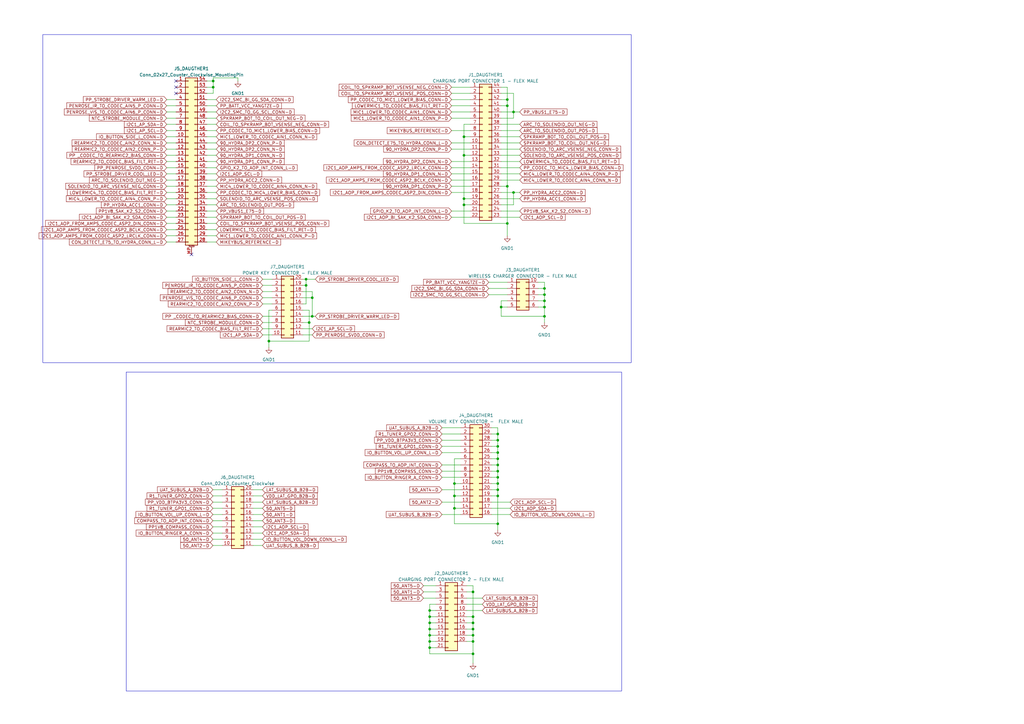
<source format=kicad_sch>
(kicad_sch (version 20230121) (generator eeschema)
  (paper "A3")
  (junction (at 223.3168 123.3932))
  (junction (at 125.5268 114.5032))
  (junction (at 190.2968 81.4832))
  (junction (at 176.2252 255.4732))
  (junction (at 194.0052 242.7732))
  (junction (at 223.3168 118.3132))
  (junction (at 176.2252 258.0132))
  (junction (at 204.1652 188.1632))
  (junction (at 204.1652 190.7032))
  (junction (at 223.3168 129.7432))
  (junction (at 194.0052 268.1732))
  (junction (at 204.1652 214.8332))
  (junction (at 128.0668 129.7432))
  (junction (at 208.0768 91.6432))
  (junction (at 194.0052 258.0132))
  (junction (at 176.2252 252.9332))
  (junction (at 194.0052 255.4732))
  (junction (at 208.0768 43.3832))
  (junction (at 194.0052 263.0932))
  (junction (at 186.3852 198.3232))
  (junction (at 110.2868 139.9032))
  (junction (at 208.0768 40.8432))
  (junction (at 204.1652 183.0832))
  (junction (at 128.0668 122.1232))
  (junction (at 204.1652 185.6232))
  (junction (at 210.6168 78.9432))
  (junction (at 87.4268 35.7632))
  (junction (at 194.0052 252.9332))
  (junction (at 176.2252 265.6332))
  (junction (at 204.1652 200.8632))
  (junction (at 190.2968 56.0832))
  (junction (at 204.1652 178.0032))
  (junction (at 87.4268 33.2232))
  (junction (at 194.0052 260.5532))
  (junction (at 204.1652 195.7832))
  (junction (at 176.2252 250.3932))
  (junction (at 186.3852 203.4032))
  (junction (at 204.1652 198.3232))
  (junction (at 190.2968 63.7032))
  (junction (at 223.3168 120.8532))
  (junction (at 126.7968 132.2832))
  (junction (at 190.2968 84.0232))
  (junction (at 204.1652 203.4032))
  (junction (at 223.3168 125.9332))
  (junction (at 208.0768 76.4032))
  (junction (at 186.3852 208.4832))
  (junction (at 176.2252 260.5532))
  (junction (at 125.5268 117.0432))
  (junction (at 205.5368 125.9332))
  (junction (at 176.2252 263.0932))
  (junction (at 210.6168 45.9232))
  (junction (at 204.1652 180.5432))
  (junction (at 204.1652 193.2432))
  (no_connect (at 72.1868 35.7632))
  (no_connect (at 72.1868 38.3032))
  (no_connect (at 78.5368 104.3432))
  (no_connect (at 72.1868 33.2232))
  (wire (pts (xy 201.6252 193.2432) (xy 204.1652 193.2432)))
  (wire (pts (xy 186.3852 203.4032) (xy 186.3852 208.4832)))
  (wire (pts (xy 201.6252 198.3232) (xy 204.1652 198.3232)))
  (wire (pts (xy 185.2168 61.1632) (xy 192.8368 61.1632)))
  (wire (pts (xy 201.6252 190.7032) (xy 204.1652 190.7032)))
  (wire (pts (xy 68.3768 86.5632) (xy 72.1868 86.5632)))
  (wire (pts (xy 103.8352 223.7232) (xy 107.6452 223.7232)))
  (wire (pts (xy 191.4652 260.5532) (xy 194.0052 260.5532)))
  (wire (pts (xy 87.4268 31.9532) (xy 87.4268 33.2232)))
  (wire (pts (xy 68.3768 91.6432) (xy 72.1868 91.6432)))
  (wire (pts (xy 223.3168 132.2832) (xy 223.3168 129.7432)))
  (wire (pts (xy 208.0768 115.7732) (xy 200.4568 115.7732)))
  (wire (pts (xy 205.5368 63.7032) (xy 213.1568 63.7032)))
  (wire (pts (xy 84.8868 45.9232) (xy 88.6968 45.9232)))
  (wire (pts (xy 210.6168 45.9232) (xy 213.1568 45.9232)))
  (wire (pts (xy 111.5568 114.5032) (xy 107.7468 114.5032)))
  (wire (pts (xy 84.8868 48.4632) (xy 88.6968 48.4632)))
  (wire (pts (xy 103.8352 213.5632) (xy 107.6452 213.5632)))
  (wire (pts (xy 87.4268 35.7632) (xy 87.4268 38.3032)))
  (wire (pts (xy 124.2568 124.6632) (xy 125.5268 124.6632)))
  (wire (pts (xy 84.8868 86.5632) (xy 88.6968 86.5632)))
  (wire (pts (xy 205.5368 66.2432) (xy 213.1568 66.2432)))
  (wire (pts (xy 201.6252 200.8632) (xy 204.1652 200.8632)))
  (wire (pts (xy 194.0052 255.4732) (xy 194.0052 258.0132)))
  (wire (pts (xy 111.5568 119.5832) (xy 107.7468 119.5832)))
  (wire (pts (xy 205.5368 73.8632) (xy 213.1568 73.8632)))
  (wire (pts (xy 208.0768 40.8432) (xy 208.0768 43.3832)))
  (wire (pts (xy 201.6252 188.1632) (xy 204.1652 188.1632)))
  (wire (pts (xy 188.9252 188.1632) (xy 186.3852 188.1632)))
  (wire (pts (xy 194.0052 252.9332) (xy 194.0052 255.4732)))
  (wire (pts (xy 181.3052 190.7032) (xy 188.9252 190.7032)))
  (wire (pts (xy 176.2252 268.1732) (xy 194.0052 268.1732)))
  (wire (pts (xy 125.5268 114.5032) (xy 124.2568 114.5032)))
  (wire (pts (xy 220.7768 125.9332) (xy 223.3168 125.9332)))
  (wire (pts (xy 68.3768 73.8632) (xy 72.1868 73.8632)))
  (wire (pts (xy 68.3768 89.1032) (xy 72.1868 89.1032)))
  (wire (pts (xy 186.3852 203.4032) (xy 188.9252 203.4032)))
  (wire (pts (xy 103.8352 208.4832) (xy 107.6452 208.4832)))
  (wire (pts (xy 185.2168 78.9432) (xy 192.8368 78.9432)))
  (wire (pts (xy 176.2252 252.9332) (xy 178.7652 252.9332)))
  (wire (pts (xy 205.5368 48.4632) (xy 210.6168 48.4632)))
  (wire (pts (xy 205.5368 129.7432) (xy 223.3168 129.7432)))
  (wire (pts (xy 205.5368 76.4032) (xy 208.0768 76.4032)))
  (wire (pts (xy 201.6252 183.0832) (xy 204.1652 183.0832)))
  (wire (pts (xy 205.5368 45.9232) (xy 210.6168 45.9232)))
  (wire (pts (xy 210.6168 84.0232) (xy 210.6168 78.9432)))
  (wire (pts (xy 205.5368 78.9432) (xy 210.6168 78.9432)))
  (wire (pts (xy 181.3052 175.4632) (xy 188.9252 175.4632)))
  (wire (pts (xy 84.8868 56.0832) (xy 88.6968 56.0832)))
  (wire (pts (xy 208.0768 43.3832) (xy 208.0768 76.4032)))
  (wire (pts (xy 68.3768 96.7232) (xy 72.1868 96.7232)))
  (wire (pts (xy 201.6252 178.0032) (xy 204.1652 178.0032)))
  (wire (pts (xy 190.2968 63.7032) (xy 190.2968 81.4832)))
  (wire (pts (xy 110.2868 139.9032) (xy 126.7968 139.9032)))
  (wire (pts (xy 111.5568 117.0432) (xy 107.7468 117.0432)))
  (wire (pts (xy 176.2252 250.3932) (xy 178.7652 250.3932)))
  (wire (pts (xy 204.1652 195.7832) (xy 204.1652 198.3232)))
  (wire (pts (xy 173.6852 242.7732) (xy 178.7652 242.7732)))
  (wire (pts (xy 185.2168 43.3832) (xy 192.8368 43.3832)))
  (wire (pts (xy 204.1652 188.1632) (xy 204.1652 190.7032)))
  (wire (pts (xy 87.3252 200.8632) (xy 91.1352 200.8632)))
  (wire (pts (xy 68.3768 43.3832) (xy 72.1868 43.3832)))
  (wire (pts (xy 84.8868 43.3832) (xy 88.6968 43.3832)))
  (wire (pts (xy 84.8868 63.7032) (xy 88.6968 63.7032)))
  (wire (pts (xy 190.2968 81.4832) (xy 190.2968 84.0232)))
  (wire (pts (xy 128.0668 119.5832) (xy 124.2568 119.5832)))
  (wire (pts (xy 68.3768 66.2432) (xy 72.1868 66.2432)))
  (wire (pts (xy 181.3052 180.5432) (xy 188.9252 180.5432)))
  (wire (pts (xy 185.2168 45.9232) (xy 192.8368 45.9232)))
  (wire (pts (xy 205.5368 81.4832) (xy 213.1568 81.4832)))
  (wire (pts (xy 87.3252 208.4832) (xy 91.1352 208.4832)))
  (wire (pts (xy 205.5368 43.3832) (xy 208.0768 43.3832)))
  (wire (pts (xy 176.2252 255.4732) (xy 178.7652 255.4732)))
  (wire (pts (xy 201.6252 180.5432) (xy 204.1652 180.5432)))
  (wire (pts (xy 176.2252 263.0932) (xy 178.7652 263.0932)))
  (wire (pts (xy 97.5868 33.2232) (xy 97.5868 31.9532)))
  (wire (pts (xy 223.3168 125.9332) (xy 223.3168 129.7432)))
  (wire (pts (xy 204.1652 175.4632) (xy 201.6252 175.4632)))
  (wire (pts (xy 84.8868 66.2432) (xy 88.6968 66.2432)))
  (wire (pts (xy 223.3168 123.3932) (xy 223.3168 125.9332)))
  (wire (pts (xy 84.8868 76.4032) (xy 88.6968 76.4032)))
  (wire (pts (xy 68.3768 63.7032) (xy 72.1868 63.7032)))
  (wire (pts (xy 208.0768 35.7632) (xy 208.0768 40.8432)))
  (wire (pts (xy 68.3768 68.7832) (xy 72.1868 68.7832)))
  (wire (pts (xy 191.4652 247.8532) (xy 197.8152 247.8532)))
  (wire (pts (xy 87.3252 205.9432) (xy 91.1352 205.9432)))
  (wire (pts (xy 84.8868 40.8432) (xy 88.6968 40.8432)))
  (wire (pts (xy 186.3852 198.3232) (xy 186.3852 203.4032)))
  (wire (pts (xy 185.2168 71.3232) (xy 192.8368 71.3232)))
  (wire (pts (xy 186.3852 188.1632) (xy 186.3852 198.3232)))
  (wire (pts (xy 129.3368 114.5032) (xy 125.5268 114.5032)))
  (wire (pts (xy 87.3252 211.0232) (xy 91.1352 211.0232)))
  (wire (pts (xy 181.3052 193.2432) (xy 188.9252 193.2432)))
  (wire (pts (xy 190.2968 56.0832) (xy 192.8368 56.0832)))
  (wire (pts (xy 181.3052 205.9432) (xy 188.9252 205.9432)))
  (wire (pts (xy 128.0668 129.7432) (xy 124.2568 129.7432)))
  (wire (pts (xy 220.7768 118.3132) (xy 223.3168 118.3132)))
  (wire (pts (xy 111.5568 129.7432) (xy 107.7468 129.7432)))
  (wire (pts (xy 176.2252 258.0132) (xy 176.2252 260.5532)))
  (wire (pts (xy 205.5368 53.5432) (xy 213.1568 53.5432)))
  (wire (pts (xy 191.4652 242.7732) (xy 194.0052 242.7732)))
  (wire (pts (xy 190.2968 81.4832) (xy 192.8368 81.4832)))
  (wire (pts (xy 91.1352 218.6432) (xy 87.3252 218.6432)))
  (wire (pts (xy 103.8352 203.4032) (xy 107.6452 203.4032)))
  (wire (pts (xy 204.1652 178.0032) (xy 204.1652 180.5432)))
  (wire (pts (xy 205.5368 86.5632) (xy 213.1568 86.5632)))
  (wire (pts (xy 205.5368 68.7832) (xy 213.1568 68.7832)))
  (wire (pts (xy 185.2168 40.8432) (xy 192.8368 40.8432)))
  (wire (pts (xy 103.8352 218.6432) (xy 107.6452 218.6432)))
  (wire (pts (xy 84.8868 96.7232) (xy 88.6968 96.7232)))
  (wire (pts (xy 125.5268 124.6632) (xy 125.5268 117.0432)))
  (wire (pts (xy 84.8868 38.3032) (xy 87.4268 38.3032)))
  (wire (pts (xy 111.5568 124.6632) (xy 107.7468 124.6632)))
  (wire (pts (xy 68.3768 51.0032) (xy 72.1868 51.0032)))
  (wire (pts (xy 204.1652 190.7032) (xy 204.1652 193.2432)))
  (wire (pts (xy 84.8868 71.3232) (xy 88.6968 71.3232)))
  (wire (pts (xy 204.1652 193.2432) (xy 204.1652 195.7832)))
  (wire (pts (xy 194.0052 240.2332) (xy 194.0052 242.7732)))
  (wire (pts (xy 194.0052 242.7732) (xy 194.0052 252.9332)))
  (wire (pts (xy 84.8868 68.7832) (xy 88.6968 68.7832)))
  (wire (pts (xy 205.5368 125.9332) (xy 205.5368 129.7432)))
  (wire (pts (xy 68.3768 78.9432) (xy 72.1868 78.9432)))
  (wire (pts (xy 84.8868 94.1832) (xy 88.6968 94.1832)))
  (wire (pts (xy 124.2568 127.2032) (xy 126.7968 127.2032)))
  (wire (pts (xy 68.3768 40.8432) (xy 72.1868 40.8432)))
  (wire (pts (xy 190.2968 91.6432) (xy 208.0768 91.6432)))
  (wire (pts (xy 87.3252 213.5632) (xy 91.1352 213.5632)))
  (wire (pts (xy 84.8868 51.0032) (xy 88.6968 51.0032)))
  (wire (pts (xy 111.5568 137.3632) (xy 107.7468 137.3632)))
  (wire (pts (xy 192.8368 51.0032) (xy 190.2968 51.0032)))
  (wire (pts (xy 208.0768 120.8532) (xy 200.4568 120.8532)))
  (wire (pts (xy 190.2968 84.0232) (xy 190.2968 91.6432)))
  (wire (pts (xy 91.1352 221.1832) (xy 87.3252 221.1832)))
  (wire (pts (xy 176.2252 247.8532) (xy 176.2252 250.3932)))
  (wire (pts (xy 205.5368 40.8432) (xy 208.0768 40.8432)))
  (wire (pts (xy 176.2252 260.5532) (xy 176.2252 263.0932)))
  (wire (pts (xy 201.6252 185.6232) (xy 204.1652 185.6232)))
  (wire (pts (xy 128.0668 122.1232) (xy 124.2568 122.1232)))
  (wire (pts (xy 185.2168 86.5632) (xy 192.8368 86.5632)))
  (wire (pts (xy 208.0768 76.4032) (xy 208.0768 91.6432)))
  (wire (pts (xy 103.8352 216.1032) (xy 107.6452 216.1032)))
  (wire (pts (xy 185.2168 53.5432) (xy 192.8368 53.5432)))
  (wire (pts (xy 181.3052 183.0832) (xy 188.9252 183.0832)))
  (wire (pts (xy 68.3768 94.1832) (xy 72.1868 94.1832)))
  (wire (pts (xy 191.4652 255.4732) (xy 194.0052 255.4732)))
  (wire (pts (xy 111.5568 132.2832) (xy 107.7468 132.2832)))
  (wire (pts (xy 201.6252 195.7832) (xy 204.1652 195.7832)))
  (wire (pts (xy 204.1652 203.4032) (xy 204.1652 214.8332)))
  (wire (pts (xy 185.2168 48.4632) (xy 192.8368 48.4632)))
  (wire (pts (xy 128.0668 119.5832) (xy 128.0668 122.1232)))
  (wire (pts (xy 185.2168 58.6232) (xy 192.8368 58.6232)))
  (wire (pts (xy 205.5368 56.0832) (xy 213.1568 56.0832)))
  (wire (pts (xy 125.5268 117.0432) (xy 125.5268 114.5032)))
  (wire (pts (xy 185.2168 76.4032) (xy 192.8368 76.4032)))
  (wire (pts (xy 205.5368 51.0032) (xy 213.1568 51.0032)))
  (wire (pts (xy 128.0668 134.8232) (xy 124.2568 134.8232)))
  (wire (pts (xy 176.2252 265.6332) (xy 176.2252 268.1732)))
  (wire (pts (xy 129.3368 129.7432) (xy 128.0668 129.7432)))
  (wire (pts (xy 210.6168 38.3032) (xy 210.6168 45.9232)))
  (wire (pts (xy 181.3052 178.0032) (xy 188.9252 178.0032)))
  (wire (pts (xy 205.5368 89.1032) (xy 213.1568 89.1032)))
  (wire (pts (xy 191.4652 258.0132) (xy 194.0052 258.0132)))
  (wire (pts (xy 201.6252 211.0232) (xy 209.2452 211.0232)))
  (wire (pts (xy 185.2168 66.2432) (xy 192.8368 66.2432)))
  (wire (pts (xy 181.3052 211.0232) (xy 188.9252 211.0232)))
  (wire (pts (xy 205.5368 58.6232) (xy 213.1568 58.6232)))
  (wire (pts (xy 111.5568 122.1232) (xy 107.7468 122.1232)))
  (wire (pts (xy 186.3852 214.8332) (xy 204.1652 214.8332)))
  (wire (pts (xy 68.3768 58.6232) (xy 72.1868 58.6232)))
  (wire (pts (xy 186.3852 198.3232) (xy 188.9252 198.3232)))
  (wire (pts (xy 204.1652 217.3732) (xy 204.1652 214.8332)))
  (wire (pts (xy 68.3768 99.2632) (xy 72.1868 99.2632)))
  (wire (pts (xy 176.2252 258.0132) (xy 178.7652 258.0132)))
  (wire (pts (xy 181.3052 200.8632) (xy 188.9252 200.8632)))
  (wire (pts (xy 68.3768 61.1632) (xy 72.1868 61.1632)))
  (wire (pts (xy 84.8868 73.8632) (xy 88.6968 73.8632)))
  (wire (pts (xy 68.3768 76.4032) (xy 72.1868 76.4032)))
  (wire (pts (xy 205.5368 38.3032) (xy 210.6168 38.3032)))
  (wire (pts (xy 87.3252 216.1032) (xy 91.1352 216.1032)))
  (wire (pts (xy 176.2252 247.8532) (xy 178.7652 247.8532)))
  (wire (pts (xy 84.8868 89.1032) (xy 88.6968 89.1032)))
  (wire (pts (xy 181.3052 195.7832) (xy 188.9252 195.7832)))
  (wire (pts (xy 201.6252 208.4832) (xy 209.2452 208.4832)))
  (wire (pts (xy 68.3768 81.4832) (xy 72.1868 81.4832)))
  (wire (pts (xy 201.6252 205.9432) (xy 209.2452 205.9432)))
  (wire (pts (xy 68.3768 45.9232) (xy 72.1868 45.9232)))
  (wire (pts (xy 68.3768 56.0832) (xy 72.1868 56.0832)))
  (wire (pts (xy 176.2252 255.4732) (xy 176.2252 258.0132)))
  (wire (pts (xy 87.3252 203.4032) (xy 91.1352 203.4032)))
  (wire (pts (xy 68.3768 48.4632) (xy 72.1868 48.4632)))
  (wire (pts (xy 220.7768 115.7732) (xy 223.3168 115.7732)))
  (wire (pts (xy 186.3852 208.4832) (xy 188.9252 208.4832)))
  (wire (pts (xy 103.8352 205.9432) (xy 107.6452 205.9432)))
  (wire (pts (xy 84.8868 58.6232) (xy 88.6968 58.6232)))
  (wire (pts (xy 190.2968 84.0232) (xy 192.8368 84.0232)))
  (wire (pts (xy 91.1352 223.7232) (xy 87.3252 223.7232)))
  (wire (pts (xy 128.0668 137.3632) (xy 124.2568 137.3632)))
  (wire (pts (xy 103.8352 200.8632) (xy 107.6452 200.8632)))
  (wire (pts (xy 84.8868 81.4832) (xy 88.6968 81.4832)))
  (wire (pts (xy 208.0768 91.6432) (xy 208.0768 96.7232)))
  (wire (pts (xy 194.0052 260.5532) (xy 194.0052 263.0932)))
  (wire (pts (xy 205.5368 84.0232) (xy 210.6168 84.0232)))
  (wire (pts (xy 191.4652 252.9332) (xy 194.0052 252.9332)))
  (wire (pts (xy 126.7968 132.2832) (xy 124.2568 132.2832)))
  (wire (pts (xy 186.3852 208.4832) (xy 186.3852 214.8332)))
  (wire (pts (xy 208.0768 118.3132) (xy 200.4568 118.3132)))
  (wire (pts (xy 220.7768 123.3932) (xy 223.3168 123.3932)))
  (wire (pts (xy 176.2252 250.3932) (xy 176.2252 252.9332)))
  (wire (pts (xy 176.2252 252.9332) (xy 176.2252 255.4732)))
  (wire (pts (xy 205.5368 35.7632) (xy 208.0768 35.7632)))
  (wire (pts (xy 191.4652 250.3932) (xy 197.8152 250.3932)))
  (wire (pts (xy 223.3168 120.8532) (xy 223.3168 123.3932)))
  (wire (pts (xy 204.1652 175.4632) (xy 204.1652 178.0032)))
  (wire (pts (xy 68.3768 71.3232) (xy 72.1868 71.3232)))
  (wire (pts (xy 124.2568 117.0432) (xy 125.5268 117.0432)))
  (wire (pts (xy 110.2868 127.2032) (xy 110.2868 139.9032)))
  (wire (pts (xy 205.5368 123.3932) (xy 205.5368 125.9332)))
  (wire (pts (xy 205.5368 61.1632) (xy 213.1568 61.1632)))
  (wire (pts (xy 84.8868 61.1632) (xy 88.6968 61.1632)))
  (wire (pts (xy 210.6168 78.9432) (xy 213.1568 78.9432)))
  (wire (pts (xy 173.6852 245.3132) (xy 178.7652 245.3132)))
  (wire (pts (xy 223.3168 118.3132) (xy 223.3168 120.8532)))
  (wire (pts (xy 204.1652 198.3232) (xy 204.1652 200.8632)))
  (wire (pts (xy 220.7768 120.8532) (xy 223.3168 120.8532)))
  (wire (pts (xy 84.8868 35.7632) (xy 87.4268 35.7632)))
  (wire (pts (xy 190.2968 56.0832) (xy 190.2968 63.7032)))
  (wire (pts (xy 185.2168 68.7832) (xy 192.8368 68.7832)))
  (wire (pts (xy 205.5368 71.3232) (xy 213.1568 71.3232)))
  (wire (pts (xy 185.2168 35.7632) (xy 192.8368 35.7632)))
  (wire (pts (xy 110.2868 127.2032) (xy 111.5568 127.2032)))
  (wire (pts (xy 176.2252 260.5532) (xy 178.7652 260.5532)))
  (wire (pts (xy 68.3768 84.0232) (xy 72.1868 84.0232)))
  (wire (pts (xy 103.8352 221.1832) (xy 107.6452 221.1832)))
  (wire (pts (xy 84.8868 91.6432) (xy 88.6968 91.6432)))
  (wire (pts (xy 84.8868 78.9432) (xy 88.6968 78.9432)))
  (wire (pts (xy 126.7968 132.2832) (xy 126.7968 139.9032)))
  (wire (pts (xy 84.8868 99.2632) (xy 88.6968 99.2632)))
  (wire (pts (xy 194.0052 263.0932) (xy 191.4652 263.0932)))
  (wire (pts (xy 194.0052 263.0932) (xy 194.0052 268.1732)))
  (wire (pts (xy 110.2868 142.4432) (xy 110.2868 139.9032)))
  (wire (pts (xy 87.4268 31.9532) (xy 97.5868 31.9532)))
  (wire (pts (xy 194.0052 258.0132) (xy 194.0052 260.5532)))
  (wire (pts (xy 87.4268 33.2232) (xy 87.4268 35.7632)))
  (wire (pts (xy 181.3052 185.6232) (xy 188.9252 185.6232)))
  (wire (pts (xy 192.8368 63.7032) (xy 190.2968 63.7032)))
  (wire (pts (xy 223.3168 115.7732) (xy 223.3168 118.3132)))
  (wire (pts (xy 103.8352 211.0232) (xy 107.6452 211.0232)))
  (wire (pts (xy 190.2968 51.0032) (xy 190.2968 56.0832)))
  (wire (pts (xy 84.8868 84.0232) (xy 88.6968 84.0232)))
  (wire (pts (xy 111.5568 134.8232) (xy 107.7468 134.8232)))
  (wire (pts (xy 185.2168 73.8632) (xy 192.8368 73.8632)))
  (wire (pts (xy 204.1652 180.5432) (xy 204.1652 183.0832)))
  (wire (pts (xy 68.3768 53.5432) (xy 72.1868 53.5432)))
  (wire (pts (xy 185.2168 89.1032) (xy 192.8368 89.1032)))
  (wire (pts (xy 201.6252 203.4032) (xy 204.1652 203.4032)))
  (wire (pts (xy 208.0768 125.9332) (xy 205.5368 125.9332)))
  (wire (pts (xy 191.4652 245.3132) (xy 197.8152 245.3132)))
  (wire (pts (xy 204.1652 200.8632) (xy 204.1652 203.4032)))
  (wire (pts (xy 210.6168 48.4632) (xy 210.6168 45.9232)))
  (wire (pts (xy 194.0052 268.1732) (xy 194.0052 271.9832)))
  (wire (pts (xy 126.7968 127.2032) (xy 126.7968 132.2832)))
  (wire (pts (xy 185.2168 38.3032) (xy 192.8368 38.3032)))
  (wire (pts (xy 191.4652 240.2332) (xy 194.0052 240.2332)))
  (wire (pts (xy 176.2252 263.0932) (xy 176.2252 265.6332)))
  (wire (pts (xy 208.0768 123.3932) (xy 205.5368 123.3932)))
  (wire (pts (xy 204.1652 183.0832) (xy 204.1652 185.6232)))
  (wire (pts (xy 128.0668 122.1232) (xy 128.0668 129.7432)))
  (wire (pts (xy 84.8868 33.2232) (xy 87.4268 33.2232)))
  (wire (pts (xy 204.1652 185.6232) (xy 204.1652 188.1632)))
  (wire (pts (xy 84.8868 53.5432) (xy 88.6968 53.5432)))
  (wire (pts (xy 173.6852 240.2332) (xy 178.7652 240.2332)))
  (wire (pts (xy 176.2252 265.6332) (xy 178.7652 265.6332)))
  (rectangle (start 51.7652 152.6032) (end 254.9652 283.4132))
  (rectangle (start 17.5768 14.1732) (end 258.8768 148.7424))
  (global_label "MIKEYBUS_REFERENCE-D" (shape input) (at 88.6968 99.2632 0) (property "Intersheetrefs" "${INTERSHEET_REFS}" (effects hide)))
  (global_label "I2C1_AOP_FROM_AMPS_CODEC_ASP2_DIN_CONN-D" (shape input) (at 68.3768 91.6432 180) (property "Intersheetrefs" "${INTERSHEET_REFS}" (effects hide)))
  (global_label "I2C1_AOP_AMPS_FROM_CODEC_ASP2_BCLK_CONN-D" (shape input) (at 68.3768 94.1832 180) (property "Intersheetrefs" "${INTERSHEET_REFS}" (effects hide)))
  (global_label "ARC_TO_SOLENOID_OUT_POS-D" (shape input) (at 213.1568 53.5432 0) (property "Intersheetrefs" "${INTERSHEET_REFS}" (effects hide)))
  (global_label "90_HYDRA_DP1_CONN_P-D" (shape input) (at 185.2168 76.4032 180) (property "Intersheetrefs" "${INTERSHEET_REFS}" (effects hide)))
  (global_label "I2C1_AOP_SCL-D" (shape input) (at 213.1568 89.1032 0) (property "Intersheetrefs" "${INTERSHEET_REFS}" (effects hide)))
  (global_label "PP_CODEC_TO_MIC4_LOWER_BIAS_CONN-D" (shape input) (at 213.1568 68.7832 0) (property "Intersheetrefs" "${INTERSHEET_REFS}" (effects hide)))
  (global_label "R1_TUNER_GPO2_CONN-D" (shape input) (at 87.3252 203.4032 180) (property "Intersheetrefs" "${INTERSHEET_REFS}" (effects hide)))
  (global_label "R1_TUNER_GPO1_CONN-D" (shape input) (at 87.3252 208.4832 180) (property "Intersheetrefs" "${INTERSHEET_REFS}" (effects hide)))
  (global_label "CON_DETECT_E75_TO_HYDRA_CONN_L-D" (shape input) (at 68.3768 99.2632 180) (property "Intersheetrefs" "${INTERSHEET_REFS}" (effects hide)))
  (global_label "COIL_TO_SPKRAMP_BOT_VSENSE_NEG_CONN-D" (shape input) (at 185.2168 35.7632 180) (property "Intersheetrefs" "${INTERSHEET_REFS}" (effects hide)))
  (global_label "IO_BUTTON_SIDE_L_CONN-D" (shape input) (at 68.3768 56.0832 180) (property "Intersheetrefs" "${INTERSHEET_REFS}" (effects hide)))
  (global_label "PP_STROBE_DRIVER_WARM_LED-D" (shape input) (at 68.3768 40.8432 180) (property "Intersheetrefs" "${INTERSHEET_REFS}" (effects hide)))
  (global_label "IO_BUTTON_VOL_UP_CONN_L-D" (shape input) (at 87.3252 211.0232 180) (property "Intersheetrefs" "${INTERSHEET_REFS}" (effects hide)))
  (global_label "PP_HYDRA_ACC2_CONN-D" (shape input) (at 213.1568 78.9432 0) (property "Intersheetrefs" "${INTERSHEET_REFS}" (effects hide)))
  (global_label "PENROSE_VIS_TO_CODEC_AIN6_P_CONN-D" (shape input) (at 107.7468 122.1232 180) (property "Intersheetrefs" "${INTERSHEET_REFS}" (effects hide)))
  (global_label "MIC1_LOWER_TO_CODEC_AIN1_CONN_N-D" (shape input) (at 185.2168 45.9232 180) (property "Intersheetrefs" "${INTERSHEET_REFS}" (effects hide)))
  (global_label "PP_PENROSE_SVDD_CONN-D" (shape input) (at 68.3768 68.7832 180) (property "Intersheetrefs" "${INTERSHEET_REFS}" (effects hide)))
  (global_label "PENROSE_IR_TO_CODEC_AIN5_P_CONN-D" (shape input) (at 68.3768 43.3832 180) (property "Intersheetrefs" "${INTERSHEET_REFS}" (effects hide)))
  (global_label "PP_STROBE_DRIVER_COOL_LED-D" (shape input) (at 129.3368 114.5032 0) (property "Intersheetrefs" "${INTERSHEET_REFS}" (effects hide)))
  (global_label "I2C2_SMC_BI_GG_SDA_CONN-D" (shape input) (at 88.6968 40.8432 0) (property "Intersheetrefs" "${INTERSHEET_REFS}" (effects hide)))
  (global_label "MIC4_LOWER_TO_CODEC_AIN4_CONN_P-D" (shape input) (at 213.1568 71.3232 0) (property "Intersheetrefs" "${INTERSHEET_REFS}" (effects hide)))
  (global_label "VDD_LAT_GPO_B2B-D" (shape input) (at 197.8152 247.8532 0) (property "Intersheetrefs" "${INTERSHEET_REFS}" (effects hide)))
  (global_label "PP_HYDRA_ACC2_CONN-D" (shape input) (at 88.6968 73.8632 0) (property "Intersheetrefs" "${INTERSHEET_REFS}" (effects hide)))
  (global_label "PP_HYDRA_ACC1_CONN-D" (shape input) (at 68.3768 84.0232 180) (property "Intersheetrefs" "${INTERSHEET_REFS}" (effects hide)))
  (global_label "UAT_SUBUS_A_B2B-D" (shape input) (at 87.3252 200.8632 180) (property "Intersheetrefs" "${INTERSHEET_REFS}" (effects hide)))
  (global_label "UAT_SUBUS_A_B2B-D" (shape input) (at 181.3052 175.4632 180) (property "Intersheetrefs" "${INTERSHEET_REFS}" (effects hide)))
  (global_label "REARMIC2_TO_CODEC_BIAS_FILT_RET-D" (shape input) (at 107.7468 134.8232 180) (property "Intersheetrefs" "${INTERSHEET_REFS}" (effects hide)))
  (global_label "I2C1_AOP_SCL-D" (shape input) (at 209.2452 205.9432 0) (property "Intersheetrefs" "${INTERSHEET_REFS}" (effects hide)))
  (global_label "I2C1_AP_SDA-D" (shape input) (at 68.3768 51.0032 180) (property "Intersheetrefs" "${INTERSHEET_REFS}" (effects hide)))
  (global_label "IO_BUTTON_VOL_DOWN_CONN_L-D" (shape input) (at 209.2452 211.0232 0) (property "Intersheetrefs" "${INTERSHEET_REFS}" (effects hide)))
  (global_label "90_HYDRA_DP1_CONN_P-D" (shape input) (at 88.6968 66.2432 0) (property "Intersheetrefs" "${INTERSHEET_REFS}" (effects hide)))
  (global_label "NTC_STROBE_MODULE_CONN-D" (shape input) (at 107.7468 132.2832 180) (property "Intersheetrefs" "${INTERSHEET_REFS}" (effects hide)))
  (global_label "PP1V8_COMPASS_CONN-D" (shape input) (at 181.3052 193.2432 180) (property "Intersheetrefs" "${INTERSHEET_REFS}" (effects hide)))
  (global_label "COIL_TO_SPKRAMP_BOT_VSENSE_POS_CONN-D" (shape input) (at 185.2168 38.3032 180) (property "Intersheetrefs" "${INTERSHEET_REFS}" (effects hide)))
  (global_label "SPKRAMP_BOT_TO_COIL_OUT_NEG-D" (shape input) (at 213.1568 58.6232 0) (property "Intersheetrefs" "${INTERSHEET_REFS}" (effects hide)))
  (global_label "I2C1_AOP_AMPS_FROM_CODEC_ASP2_BCLK_CONN-D" (shape input) (at 185.2168 73.8632 180) (property "Intersheetrefs" "${INTERSHEET_REFS}" (effects hide)))
  (global_label "PP_CODEC_TO_MIC1_LOWER_BIAS_CONN-D" (shape input) (at 88.6968 53.5432 0) (property "Intersheetrefs" "${INTERSHEET_REFS}" (effects hide)))
  (global_label "R1_TUNER_GPO2_CONN-D" (shape input) (at 181.3052 178.0032 180) (property "Intersheetrefs" "${INTERSHEET_REFS}" (effects hide)))
  (global_label "50_ANT1-D" (shape input) (at 173.6852 242.7732 180) (property "Intersheetrefs" "${INTERSHEET_REFS}" (effects hide)))
  (global_label "UAT_SUBUS_B_B2B-D" (shape input) (at 107.6452 223.7232 0) (property "Intersheetrefs" "${INTERSHEET_REFS}" (effects hide)))
  (global_label "LOWERMIC4_TO_CODEC_BIAS_FILT_RET-D" (shape input) (at 213.1568 66.2432 0) (property "Intersheetrefs" "${INTERSHEET_REFS}" (effects hide)))
  (global_label "50_ANT1-D" (shape input) (at 107.6452 211.0232 0) (property "Intersheetrefs" "${INTERSHEET_REFS}" (effects hide)))
  (global_label "LOWERMIC1_TO_CODEC_BIAS_FILT_RET-D" (shape input) (at 88.6968 94.1832 0) (property "Intersheetrefs" "${INTERSHEET_REFS}" (effects hide)))
  (global_label "50_ANT2-D" (shape input) (at 181.3052 205.9432 180) (property "Intersheetrefs" "${INTERSHEET_REFS}" (effects hide)))
  (global_label "PP1V8_SAK_K2_S2_CONN-D" (shape input) (at 213.1568 86.5632 0) (property "Intersheetrefs" "${INTERSHEET_REFS}" (effects hide)))
  (global_label "PP1V8_SAK_K2_S2_CONN-D" (shape input) (at 68.3768 86.5632 180) (property "Intersheetrefs" "${INTERSHEET_REFS}" (effects hide)))
  (global_label "50_ANT5-D" (shape input) (at 173.6852 240.2332 180) (property "Intersheetrefs" "${INTERSHEET_REFS}" (effects hide)))
  (global_label "CON_DETECT_E75_TO_HYDRA_CONN_L-D" (shape input) (at 185.2168 58.6232 180) (property "Intersheetrefs" "${INTERSHEET_REFS}" (effects hide)))
  (global_label "I2C1_AOP_BI_SAK_K2_SDA_CONN-D" (shape input) (at 185.2168 89.1032 180) (property "Intersheetrefs" "${INTERSHEET_REFS}" (effects hide)))
  (global_label "PP_CODEC_TO_MIC1_LOWER_BIAS_CONN-D" (shape input) (at 185.2168 40.8432 180) (property "Intersheetrefs" "${INTERSHEET_REFS}" (effects hide)))
  (global_label "PP _CODEC_TO_REARMIC2_BIAS_CONN-D" (shape input) (at 68.3768 63.7032 180) (property "Intersheetrefs" "${INTERSHEET_REFS}" (effects hide)))
  (global_label "PP _CODEC_TO_REARMIC2_BIAS_CONN-D" (shape input) (at 107.7468 129.7432 180) (property "Intersheetrefs" "${INTERSHEET_REFS}" (effects hide)))
  (global_label "LAT_SUBUS_A_B2B-D" (shape input) (at 107.6452 205.9432 0) (property "Intersheetrefs" "${INTERSHEET_REFS}" (effects hide)))
  (global_label "PP_BATT_VCC_YANGTZE-D" (shape input) (at 200.4568 115.7732 180) (property "Intersheetrefs" "${INTERSHEET_REFS}" (effects hide)))
  (global_label "PP_VBUS1_E75-D" (shape input) (at 88.6968 86.5632 0) (property "Intersheetrefs" "${INTERSHEET_REFS}" (effects hide)))
  (global_label "LAT_SUBUS_B_B2B-D" (shape input) (at 107.6452 200.8632 0) (property "Intersheetrefs" "${INTERSHEET_REFS}" (effects hide)))
  (global_label "R1_TUNER_GPO1_CONN-D" (shape input) (at 181.3052 183.0832 180) (property "Intersheetrefs" "${INTERSHEET_REFS}" (effects hide)))
  (global_label "PP1V8_COMPASS_CONN-D" (shape input) (at 87.3252 216.1032 180) (property "Intersheetrefs" "${INTERSHEET_REFS}" (effects hide)))
  (global_label "LOWERMIC1_TO_CODEC_BIAS_FILT_RET-D" (shape input) (at 185.2168 43.3832 180) (property "Intersheetrefs" "${INTERSHEET_REFS}" (effects hide)))
  (global_label "PP_VDD_BTPA3V3_CONN-D" (shape input) (at 181.3052 180.5432 180) (property "Intersheetrefs" "${INTERSHEET_REFS}" (effects hide)))
  (global_label "PP_STROBE_DRIVER_COOL_LED-D" (shape input) (at 68.3768 71.3232 180) (property "Intersheetrefs" "${INTERSHEET_REFS}" (effects hide)))
  (global_label "50_ANT4-D" (shape input) (at 181.3052 200.8632 180) (property "Intersheetrefs" "${INTERSHEET_REFS}" (effects hide)))
  (global_label "I2C1_AOP_SDA-D" (shape input) (at 107.6452 218.6432 0) (property "Intersheetrefs" "${INTERSHEET_REFS}" (effects hide)))
  (global_label "I2C1_AOP_SCL-D" (shape input) (at 88.6968 71.3232 0) (property "Intersheetrefs" "${INTERSHEET_REFS}" (effects hide)))
  (global_label "PP_STROBE_DRIVER_WARM_LED-D" (shape input) (at 129.3368 129.7432 0) (property "Intersheetrefs" "${INTERSHEET_REFS}" (effects hide)))
  (global_label "I2C2_SMC_BI_GG_SDA_CONN-D" (shape input) (at 200.4568 118.3132 180) (property "Intersheetrefs" "${INTERSHEET_REFS}" (effects hide)))
  (global_label "IO_BUTTON_RINGER_A_CONN-D" (shape input) (at 87.3252 218.6432 180) (property "Intersheetrefs" "${INTERSHEET_REFS}" (effects hide)))
  (global_label "I2C1_AP_SCL-D" (shape input) (at 128.0668 134.8232 0) (property "Intersheetrefs" "${INTERSHEET_REFS}" (effects hide)))
  (global_label "ARC_TO_SOLENOID_OUT_NEG-D" (shape input) (at 68.3768 73.8632 180) (property "Intersheetrefs" "${INTERSHEET_REFS}" (effects hide)))
  (global_label "MIKEYBUS_REFERENCE-D" (shape input) (at 185.2168 53.5432 180) (property "Intersheetrefs" "${INTERSHEET_REFS}" (effects hide)))
  (global_label "SOLENOID_TO_ARC_VSENSE_NEG_CONN-D" (shape input) (at 213.1568 61.1632 0) (property "Intersheetrefs" "${INTERSHEET_REFS}" (effects hide)))
  (global_label "50_ANT3-D" (shape input) (at 173.6852 245.3132 180) (property "Intersheetrefs" "${INTERSHEET_REFS}" (effects hide)))
  (global_label "50_ANT5-D" (shape input) (at 107.6452 208.4832 0) (property "Intersheetrefs" "${INTERSHEET_REFS}" (effects hide)))
  (global_label "I2C1_AOP_AMPS_FROM_CODEC_ASP2_LRCLK_CONN-D" (shape input) (at 68.3768 96.7232 180) (property "Intersheetrefs" "${INTERSHEET_REFS}" (effects hide)))
  (global_label "SPKRAMP_BOT_TO_COIL_OUT_POS-D" (shape input) (at 213.1568 56.0832 0) (property "Intersheetrefs" "${INTERSHEET_REFS}" (effects hide)))
  (global_label "REARMIC2_TO_CODEC_BIAS_FILT_RET-D" (shape input) (at 68.3768 66.2432 180) (property "Intersheetrefs" "${INTERSHEET_REFS}" (effects hide)))
  (global_label "MIC1_LOWER_TO_CODEC_AIN1_CONN_N-D" (shape input) (at 88.6968 56.0832 0) (property "Intersheetrefs" "${INTERSHEET_REFS}" (effects hide)))
  (global_label "PP_VBUS1_E75-D" (shape input) (at 213.1568 45.9232 0) (property "Intersheetrefs" "${INTERSHEET_REFS}" (effects hide)))
  (global_label "PP_CODEC_TO_MIC4_LOWER_BIAS_CONN-D" (shape input) (at 88.6968 78.9432 0) (property "Intersheetrefs" "${INTERSHEET_REFS}" (effects hide)))
  (global_label "SPKRAMP_BOT_TO_COIL_OUT_POS-D" (shape input) (at 88.6968 89.1032 0) (property "Intersheetrefs" "${INTERSHEET_REFS}" (effects hide)))
  (global_label "LAT_SUBUS_B_B2B-D" (shape input) (at 197.8152 245.3132 0) (property "Intersheetrefs" "${INTERSHEET_REFS}" (effects hide)))
  (global_label "50_ANT4-D" (shape input) (at 87.3252 221.1832 180) (property "Intersheetrefs" "${INTERSHEET_REFS}" (effects hide)))
  (global_label "UAT_SUBUS_B_B2B-D" (shape input) (at 181.3052 211.0232 180) (property "Intersheetrefs" "${INTERSHEET_REFS}" (effects hide)))
  (global_label "SOLENOID_TO_ARC_VSENSE_POS_CONN-D" (shape input) (at 213.1568 63.7032 0) (property "Intersheetrefs" "${INTERSHEET_REFS}" (effects hide)))
  (global_label "REARMIC2_TO_CODEC_AIN2_CONN_P-D" (shape input) (at 68.3768 61.1632 180) (property "Intersheetrefs" "${INTERSHEET_REFS}" (effects hide)))
  (global_label "SPKRAMP_BOT_TO_COIL_OUT_NEG-D" (shape input) (at 88.6968 48.4632 0) (property "Intersheetrefs" "${INTERSHEET_REFS}" (effects hide)))
  (global_label "90_HYDRA_DP1_CONN_N-D" (shape input) (at 88.6968 63.7032 0) (property "Intersheetrefs" "${INTERSHEET_REFS}" (effects hide)))
  (global_label "IO_BUTTON_VOL_DOWN_CONN_L-D" (shape input) (at 107.6452 221.1832 0) (property "Intersheetrefs" "${INTERSHEET_REFS}" (effects hide)))
  (global_label "MIC1_LOWER_TO_CODEC_AIN1_CONN_P-D" (shape input) (at 185.2168 48.4632 180) (property "Intersheetrefs" "${INTERSHEET_REFS}" (effects hide)))
  (global_label "REARMIC2_TO_CODEC_AIN2_CONN_N-D" (shape input) (at 107.7468 119.5832 180) (property "Intersheetrefs" "${INTERSHEET_REFS}" (effects hide)))
  (global_label "50_ANT3-D" (shape input) (at 107.6452 213.5632 0) (property "Intersheetrefs" "${INTERSHEET_REFS}" (effects hide)))
  (global_label "IO_BUTTON_VOL_UP_CONN_L-D" (shape input) (at 181.3052 185.6232 180) (property "Intersheetrefs" "${INTERSHEET_REFS}" (effects hide)))
  (global_label "I2C2_SMC_TO_GG_SCL_CONN-D" (shape input) (at 200.4568 120.8532 180) (property "Intersheetrefs" "${INTERSHEET_REFS}" (effects hide)))
  (global_label "I2C1_AP_SCL-D" (shape input) (at 68.3768 53.5432 180) (property "Intersheetrefs" "${INTERSHEET_REFS}" (effects hide)))
  (global_label "ARC_TO_SOLENOID_OUT_NEG-D" (shape input) (at 213.1568 51.0032 0) (property "Intersheetrefs" "${INTERSHEET_REFS}" (effects hide)))
  (global_label "SOLENOID_TO_ARC_VSENSE_NEG_CONN-D" (shape input) (at 68.3768 76.4032 180) (property "Intersheetrefs" "${INTERSHEET_REFS}" (effects hide)))
  (global_label "50_ANT2-D" (shape input) (at 87.3252 223.7232 180) (property "Intersheetrefs" "${INTERSHEET_REFS}" (effects hide)))
  (global_label "PP_HYDRA_ACC1_CONN-D" (shape input) (at 213.1568 81.4832 0) (property "Intersheetrefs" "${INTERSHEET_REFS}" (effects hide)))
  (global_label "COMPASS_TO_AOP_INT_CONN-D" (shape input) (at 181.3052 190.7032 180) (property "Intersheetrefs" "${INTERSHEET_REFS}" (effects hide)))
  (global_label "PP_BATT_VCC_YANGTZE-D" (shape input) (at 88.6968 43.3832 0) (property "Intersheetrefs" "${INTERSHEET_REFS}" (effects hide)))
  (global_label "PP_PENROSE_SVDD_CONN-D" (shape input) (at 128.0668 137.3632 0) (property "Intersheetrefs" "${INTERSHEET_REFS}" (effects hide)))
  (global_label "I2C1_AOP_BI_SAK_K2_SDA_CONN-D" (shape input) (at 68.3768 89.1032 180) (property "Intersheetrefs" "${INTERSHEET_REFS}" (effects hide)))
  (global_label "90_HYDRA_DP2_CONN_N-D" (shape input) (at 88.6968 61.1632 0) (property "Intersheetrefs" "${INTERSHEET_REFS}" (effects hide)))
  (global_label "NTC_STROBE_MODULE_CONN-D" (shape input) (at 68.3768 48.4632 180) (property "Intersheetrefs" "${INTERSHEET_REFS}" (effects hide)))
  (global_label "I2C1_AP_SDA-D" (shape input) (at 107.7468 137.3632 180) (property "Intersheetrefs" "${INTERSHEET_REFS}" (effects hide)))
  (global_label "VDD_LAT_GPO_B2B-D" (shape input) (at 107.6452 203.4032 0) (property "Intersheetrefs" "${INTERSHEET_REFS}" (effects hide)))
  (global_label "REARMIC2_TO_CODEC_AIN2_CONN_P-D" (shape input) (at 107.7468 124.6632 180) (property "Intersheetrefs" "${INTERSHEET_REFS}" (effects hide)))
  (global_label "I2C1_AOP_FROM_AMPS_CODEC_ASP2_DIN_CONN-D" (shape input) (at 185.2168 78.9432 180) (property "Intersheetrefs" "${INTERSHEET_REFS}" (effects hide)))
  (global_label "90_HYDRA_DP2_CONN_P-D" (shape input) (at 185.2168 61.1632 180) (property "Intersheetrefs" "${INTERSHEET_REFS}" (effects hide)))
  (global_label "COIL_TO_SPKRAMP_BOT_VSENSE_NEG_CONN-D" (shape input) (at 88.6968 51.0032 0) (property "Intersheetrefs" "${INTERSHEET_REFS}" (effects hide)))
  (global_label "90_HYDRA_DP1_CONN_N-D" (shape input) (at 185.2168 71.3232 180) (property "Intersheetrefs" "${INTERSHEET_REFS}" (effects hide)))
  (global_label "MIC4_LOWER_TO_CODEC_AIN4_CONN_N-D" (shape input) (at 213.1568 73.8632 0) (property "Intersheetrefs" "${INTERSHEET_REFS}" (effects hide)))
  (global_label "PENROSE_VIS_TO_CODEC_AIN6_P_CONN-D" (shape input) (at 68.3768 45.9232 180) (property "Intersheetrefs" "${INTERSHEET_REFS}" (effects hide)))
  (global_label "PENROSE_IR_TO_CODEC_AIN5_P_CONN-D" (shape input) (at 107.7468 117.0432 180) (property "Intersheetrefs" "${INTERSHEET_REFS}" (effects hide)))
  (global_label "GPIO_K2_TO_AOP_INT_CONN_L-D" (shape input) (at 88.6968 68.7832 0) (property "Intersheetrefs" "${INTERSHEET_REFS}" (effects hide)))
  (global_label "COIL_TO_SPKRAMP_BOT_VSENSE_POS_CONN-D" (shape input) (at 88.6968 91.6432 0) (property "Intersheetrefs" "${INTERSHEET_REFS}" (effects hide)))
  (global_label "MIC1_LOWER_TO_CODEC_AIN1_CONN_P-D" (shape input) (at 88.6968 96.7232 0) (property "Intersheetrefs" "${INTERSHEET_REFS}" (effects hide)))
  (global_label "I2C1_AOP_AMPS_FROM_CODEC_ASP2_LRCLK_CONN-D" (shape input) (at 185.2168 68.7832 180) (property "Intersheetrefs" "${INTERSHEET_REFS}" (effects hide)))
  (global_label "ARC_TO_SOLENOID_OUT_POS-D" (shape input) (at 88.6968 84.0232 0) (property "Intersheetrefs" "${INTERSHEET_REFS}" (effects hide)))
  (global_label "IO_BUTTON_RINGER_A_CONN-D" (shape input) (at 181.3052 195.7832 180) (property "Intersheetrefs" "${INTERSHEET_REFS}" (effects hide)))
  (global_label "REARMIC2_TO_CODEC_AIN2_CONN_N-D" (shape input) (at 68.3768 58.6232 180) (property "Intersheetrefs" "${INTERSHEET_REFS}" (effects hide)))
  (global_label "LOWERMIC4_TO_CODEC_BIAS_FILT_RET-D" (shape input) (at 68.3768 78.9432 180) (property "Intersheetrefs" "${INTERSHEET_REFS}" (effects hide)))
  (global_label "LAT_SUBUS_A_B2B-D" (shape input) (at 197.8152 250.3932 0) (property "Intersheetrefs" "${INTERSHEET_REFS}" (effects hide)))
  (global_label "GPIO_K2_TO_AOP_INT_CONN_L-D" (shape input) (at 185.2168 86.5632 180) (property "Intersheetrefs" "${INTERSHEET_REFS}" (effects hide)))
  (global_label "IO_BUTTON_SIDE_L_CONN-D" (shape input) (at 107.7468 114.5032 180) (property "Intersheetrefs" "${INTERSHEET_REFS}" (effects hide)))
  (global_label "I2C1_AOP_SCL-D" (shape input) (at 107.6452 216.1032 0) (property "Intersheetrefs" "${INTERSHEET_REFS}" (effects hide)))
  (global_label "COMPASS_TO_AOP_INT_CONN-D" (shape input) (at 87.3252 213.5632 180) (property "Intersheetrefs" "${INTERSHEET_REFS}" (effects hide)))
  (global_label "I2C2_SMC_TO_GG_SCL_CONN-D" (shape input) (at 88.6968 45.9232 0) (property "Intersheetrefs" "${INTERSHEET_REFS}" (effects hide)))
  (global_label "MIC4_LOWER_TO_CODEC_AIN4_CONN_N-D" (shape input) (at 88.6968 76.4032 0) (property "Intersheetrefs" "${INTERSHEET_REFS}" (effects hide)))
  (global_label "SOLENOID_TO_ARC_VSENSE_POS_CONN-D" (shape input) (at 88.6968 81.4832 0) (property "Intersheetrefs" "${INTERSHEET_REFS}" (effects hide)))
  (global_label "90_HYDRA_DP2_CONN_N-D" (shape input) (at 185.2168 66.2432 180) (property "Intersheetrefs" "${INTERSHEET_REFS}" (effects hide)))
  (global_label "PP_VDD_BTPA3V3_CONN-D" (shape input) (at 87.3252 205.9432 180) (property "Intersheetrefs" "${INTERSHEET_REFS}" (effects hide)))
  (global_label "MIC4_LOWER_TO_CODEC_AIN4_CONN_P-D" (shape input) (at 68.3768 81.4832 180) (property "Intersheetrefs" "${INTERSHEET_REFS}" (effects hide)))
  (global_label "90_HYDRA_DP2_CONN_P-D" (shape input) (at 88.6968 58.6232 0) (property "Intersheetrefs" "${INTERSHEET_REFS}" (effects hide)))
  (global_label "I2C1_AOP_SDA-D" (shape input) (at 209.2452 208.4832 0) (property "Intersheetrefs" "${INTERSHEET_REFS}" (effects hide)))
  (symbol (lib_id "Connector_Generic:Conn_02x05_Counter_Clockwise") (at 213.1568 120.8532 0) (unit 1)
    (property "Reference" "J3_DAUGHTER1" (at 214.4268 110.6932 0))
    (property "Value" "WIRELESS CHARGER CONNECTOR - FLEX MALE" (at 214.4268 113.2332 0))
    (property "Footprint" "IP11 Footprints KICAD:IP11_J7100_7_PCBA_WIRELESS_CHARGER_CONNECTOR" (effects hide))
  )
  (symbol (lib_id "power:GND1") (at 110.2868 142.4432 0) (unit 1)
    (property "Reference" "#PWR08" (effects hide))
    (property "Value" "GND1" (at 110.2868 147.5232 0))
  )
  (symbol (lib_id "power:GND1") (at 223.3168 132.2832 0) (unit 1)
    (property "Reference" "#PWR012" (effects hide))
    (property "Value" "GND1" (at 223.3168 137.3632 0))
  )
  (symbol (lib_id "power:GND1") (at 204.1652 217.3732 0) (unit 1)
    (property "Reference" "#PWR010" (effects hide))
    (property "Value" "GND1" (at 204.1652 222.4532 0))
  )
  (symbol (lib_id "Connector_Generic:Conn_02x22_Counter_Clockwise") (at 197.9168 61.1632 0) (unit 1)
    (property "Reference" "J1_DAUGTHER1" (at 199.1868 30.6832 0))
    (property "Value" "CHARGING PORT CONNECTOR 1 - FLEX MALE" (at 199.1868 33.2232 0))
    (property "Footprint" "IP11 Footprints KICAD:IP11_J8200_13_PCBA_CHARGING_CONNECTOR_1" (effects hide))
  )
  (symbol (lib_id "Connector_Generic:Conn_02x15_Counter_Clockwise") (at 194.0052 193.2432 0) (unit 1)
    (property "Reference" "J4_DAUGTHER1" (at 195.2752 170.3832 0))
    (property "Value" "VOLUME KEY CONNECTOR -  FLEX MALE" (at 195.2752 172.9232 0))
    (property "Footprint" "IP11 Footprints KICAD:IP11_J-UAT-K_1_PCBA_VOLUME_KEY_CONNECTOR" (effects hide))
    (property "PCB" "VOLUME KEY" (effects hide))
  )
  (symbol (lib_id "power:GND1") (at 208.0768 96.7232 0) (unit 1)
    (property "Reference" "#PWR011" (effects hide))
    (property "Value" "GND1" (at 208.0768 101.8032 0))
  )
  (symbol (lib_id "Connector_Generic:Conn_2Rows-21Pins") (at 183.8452 252.9332 0) (unit 1)
    (property "Reference" "J2_DAUGTHER1" (at 185.1152 235.1532 0))
    (property "Value" "CHARGING PORT CONNECTOR 2 - FLEX MALE" (at 185.1152 237.6932 0))
    (property "Footprint" "IP11 Footprints KICAD:IP11_J-LAT-K_14_PCBA_CHARGING_CONNECTOR_2" (effects hide))
  )
  (symbol (lib_id "Connector_Generic_MountingPin:Conn_02x27_Counter_Clockwise_MountingPin") (at 77.2668 66.2432 0) (unit 1)
    (property "Reference" "J5_DAUGTHER1" (at 78.5368 28.1432 0))
    (property "Value" "Conn_02x27_Counter_Clockwise_MountingPin" (at 78.5368 30.6832 0))
    (property "Footprint" "IP11 Footprints KICAD:ZIF 54pin" (effects hide))
  )
  (symbol (lib_id "Connector_Generic:Conn_02x10_Counter_Clockwise") (at 96.2152 211.0232 0) (unit 1)
    (property "Reference" "J6_DAUGTHER1" (at 97.4852 195.7832 0))
    (property "Value" "Conn_02x10_Counter_Clockwise" (at 97.4852 198.3232 0))
    (property "Footprint" "IP11 Footprints KICAD:ZIF 20pin" (effects hide))
  )
  (symbol (lib_id "power:GND1") (at 194.0052 271.9832 0) (unit 1)
    (property "Reference" "#PWR09" (effects hide))
    (property "Value" "GND1" (at 194.0052 277.0632 0))
  )
  (symbol (lib_id "Connector_Generic:Conn_02x10_Counter_Clockwise") (at 116.6368 124.6632 0) (unit 1)
    (property "Reference" "J7_DAUGHTER1" (at 117.9068 109.4232 0))
    (property "Value" "POWER KEY CONNECTOR - FLEX MALE" (at 117.9068 111.9632 0))
    (property "Footprint" "IP11 Footprints KICAD:IP11_J7700_9_PCBA_POWER_KEY_FLEX_CONNECTOR" (effects hide))
  )
  (symbol (lib_id "power:GND1") (at 97.5868 33.2232 0) (unit 1)
    (property "Reference" "#PWR07" (effects hide))
    (property "Value" "GND1" (at 97.5868 38.3032 0))
  )
)
</source>
